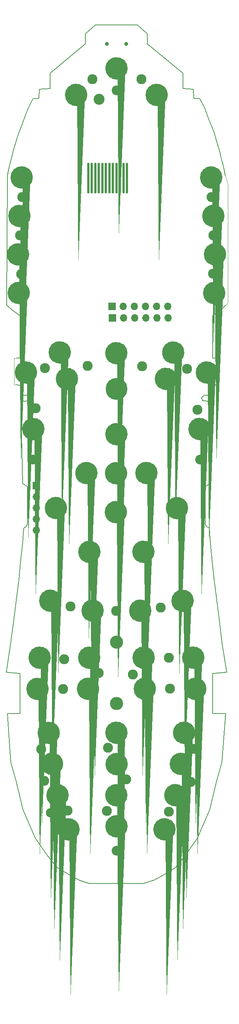
<source format=gbr>
%TF.GenerationSoftware,KiCad,Pcbnew,7.0.2*%
%TF.CreationDate,2024-05-06T14:06:20-04:00*%
%TF.ProjectId,800+,3830302b-2e6b-4696-9361-645f70636258,rev?*%
%TF.SameCoordinates,Original*%
%TF.FileFunction,Soldermask,Top*%
%TF.FilePolarity,Negative*%
%FSLAX46Y46*%
G04 Gerber Fmt 4.6, Leading zero omitted, Abs format (unit mm)*
G04 Created by KiCad (PCBNEW 7.0.2) date 2024-05-06 14:06:20*
%MOMM*%
%LPD*%
G01*
G04 APERTURE LIST*
G04 Aperture macros list*
%AMRoundRect*
0 Rectangle with rounded corners*
0 $1 Rounding radius*
0 $2 $3 $4 $5 $6 $7 $8 $9 X,Y pos of 4 corners*
0 Add a 4 corners polygon primitive as box body*
4,1,4,$2,$3,$4,$5,$6,$7,$8,$9,$2,$3,0*
0 Add four circle primitives for the rounded corners*
1,1,$1+$1,$2,$3*
1,1,$1+$1,$4,$5*
1,1,$1+$1,$6,$7*
1,1,$1+$1,$8,$9*
0 Add four rect primitives between the rounded corners*
20,1,$1+$1,$2,$3,$4,$5,0*
20,1,$1+$1,$4,$5,$6,$7,0*
20,1,$1+$1,$6,$7,$8,$9,0*
20,1,$1+$1,$8,$9,$2,$3,0*%
%AMFreePoly0*
4,1,95,-1.565916,2.406604,-1.267908,2.330088,-0.981841,2.216826,-0.712224,2.068603,-0.463311,1.887757,-0.239027,1.677140,-0.042908,1.440074,0.121951,1.180297,0.252952,0.901905,0.348029,0.609290,0.405681,0.307066,0.425000,0.000000,0.405681,-0.307066,0.348029,-0.609290,0.252952,-0.901905,0.121951,-1.180297,-0.042908,-1.440074,-0.239027,-1.677140,-0.463311,-1.887757,-0.712224,-2.068603,
-0.981841,-2.216826,-1.267908,-2.330088,-1.565916,-2.406604,-1.871163,-2.445165,-2.178837,-2.445165,-2.484084,-2.406604,-2.782092,-2.330088,-3.068159,-2.216826,-3.337776,-2.068603,-3.586689,-1.887757,-3.810973,-1.677140,-4.007092,-1.440074,-4.171951,-1.180297,-4.302952,-0.901905,-4.398029,-0.609290,-4.455681,-0.307066,-4.475000,0.000000,-3.629948,0.000000,-3.610188,-0.251069,-3.551396,-0.495956,
-3.455019,-0.728631,-3.323430,-0.943365,-3.159870,-1.134870,-2.968365,-1.298430,-2.753631,-1.430019,-2.520956,-1.526396,-2.276069,-1.585188,-2.025000,-1.604948,-1.773931,-1.585188,-1.529044,-1.526396,-1.296369,-1.430019,-1.081635,-1.298430,-0.890130,-1.134870,-0.726570,-0.943365,-0.594981,-0.728631,-0.498604,-0.495956,-0.439812,-0.251069,-0.421694,-0.020871,-0.425000,0.000000,-0.421694,0.020871,
-0.439812,0.251069,-0.498604,0.495956,-0.594981,0.728631,-0.726570,0.943365,-0.890130,1.134870,-1.081635,1.298430,-1.296369,1.430019,-1.529044,1.526396,-1.773931,1.585188,-2.025000,1.604948,-2.276069,1.585188,-2.520956,1.526396,-2.753631,1.430019,-2.968365,1.298430,-3.159870,1.134870,-3.323430,0.943365,-3.455019,0.728631,-3.551396,0.495956,-3.610188,0.251069,-3.629948,0.000000,
-4.475000,0.000000,-4.455681,0.307066,-4.398029,0.609290,-4.302952,0.901905,-4.171951,1.180297,-4.007092,1.440074,-3.810973,1.677140,-3.586689,1.887757,-3.337776,2.068603,-3.068159,2.216826,-2.782092,2.330088,-2.484084,2.406604,-2.178837,2.445165,-1.871163,2.445165,-1.565916,2.406604,-1.565916,2.406604,$1*%
G04 Aperture macros list end*
%ADD10C,2.575000*%
%ADD11C,2.286000*%
%ADD12RoundRect,0.125000X-0.125000X-3.375000X0.125000X-3.375000X0.125000X3.375000X-0.125000X3.375000X0*%
%ADD13C,2.000000*%
%ADD14C,0.250000*%
%ADD15FreePoly0,0.000000*%
%ADD16C,3.000000*%
%ADD17C,2.200000*%
%ADD18R,1.700000X1.700000*%
%ADD19O,1.700000X1.700000*%
%ADD20C,2.100000*%
%ADD21C,5.000000*%
%ADD22C,2.500000*%
%ADD23C,0.900000*%
%TA.AperFunction,Profile*%
%ADD24C,0.200000*%
%TD*%
%TA.AperFunction,Profile*%
%ADD25C,0.100000*%
%TD*%
G04 APERTURE END LIST*
%TO.C,SW29*%
D10*
X96727500Y-158000000D02*
G75*
G03*
X96727500Y-158000000I-1287500J0D01*
G01*
%TO.C,SW1*%
X102912500Y-47900000D02*
G75*
G03*
X102912500Y-47900000I-1287500J0D01*
G01*
%TO.C,SW7*%
X80617500Y-99040000D02*
G75*
G03*
X80617500Y-99040000I-1287500J0D01*
G01*
%TO.C,SW26*%
X102777500Y-148950000D02*
G75*
G03*
X102777500Y-148950000I-1287500J0D01*
G01*
%TO.C,SW17*%
X82257500Y-117140000D02*
G75*
G03*
X82257500Y-117140000I-1287500J0D01*
G01*
%TO.C,SW14*%
X102877500Y-112750000D02*
G75*
G03*
X102877500Y-112750000I-1287500J0D01*
G01*
%TO.C,SW50*%
X116337500Y-213400000D02*
G75*
G03*
X116337500Y-213400000I-1287500J0D01*
G01*
%TO.C,SW52*%
X91962500Y-221190000D02*
G75*
G03*
X91962500Y-221190000I-1287500J0D01*
G01*
%TO.C,SW6*%
X80457500Y-90270000D02*
G75*
G03*
X80457500Y-90270000I-1287500J0D01*
G01*
%TO.C,SW34*%
X85387500Y-182100000D02*
G75*
G03*
X85387500Y-182100000I-1287500J0D01*
G01*
%TO.C,SW27*%
X102817500Y-140090000D02*
G75*
G03*
X102817500Y-140090000I-1287500J0D01*
G01*
%TO.C,SW30*%
X87807500Y-169120000D02*
G75*
G03*
X87807500Y-169120000I-1287500J0D01*
G01*
%TO.C,SW13*%
X115857500Y-112610000D02*
G75*
G03*
X115857500Y-112610000I-1287500J0D01*
G01*
%TO.C,SW46*%
X102947500Y-206330000D02*
G75*
G03*
X102947500Y-206330000I-1287500J0D01*
G01*
%TO.C,SW15*%
X91617500Y-118600000D02*
G75*
G03*
X91617500Y-118600000I-1287500J0D01*
G01*
%TO.C,SW44*%
X118337500Y-199200000D02*
G75*
G03*
X118337500Y-199200000I-1287500J0D01*
G01*
%TO.C,SW24*%
X96047500Y-140060000D02*
G75*
G03*
X96047500Y-140060000I-1287500J0D01*
G01*
%TO.C,SW35*%
X96697500Y-182100000D02*
G75*
G03*
X96697500Y-182100000I-1287500J0D01*
G01*
%TO.C,SW33*%
X117992500Y-169130000D02*
G75*
G03*
X117992500Y-169130000I-1287500J0D01*
G01*
%TO.C,SW21*%
X121852500Y-130010000D02*
G75*
G03*
X121852500Y-130010000I-1287500J0D01*
G01*
%TO.C,SW38*%
X84897500Y-189200000D02*
G75*
G03*
X84897500Y-189200000I-1287500J0D01*
G01*
%TO.C,SW2*%
X93712500Y-53950000D02*
G75*
G03*
X93712500Y-53950000I-1287500J0D01*
G01*
%TO.C,SW45*%
X88207500Y-206270000D02*
G75*
G03*
X88207500Y-206270000I-1287500J0D01*
G01*
%TO.C,SW48*%
X89457500Y-213410000D02*
G75*
G03*
X89457500Y-213410000I-1287500J0D01*
G01*
%TO.C,SW19*%
X83937500Y-130020000D02*
G75*
G03*
X83937500Y-130020000I-1287500J0D01*
G01*
%TO.C,SW5*%
X80762500Y-81500000D02*
G75*
G03*
X80762500Y-81500000I-1287500J0D01*
G01*
%TO.C,SW12*%
X89967500Y-112580000D02*
G75*
G03*
X89967500Y-112580000I-1287500J0D01*
G01*
%TO.C,SW4*%
X81287500Y-72750000D02*
G75*
G03*
X81287500Y-72750000I-1287500J0D01*
G01*
%TO.C,SW31*%
X97467500Y-171380000D02*
G75*
G03*
X97467500Y-171380000I-1287500J0D01*
G01*
%TO.C,SW41*%
X120892500Y-189200000D02*
G75*
G03*
X120892500Y-189200000I-1287500J0D01*
G01*
%TO.C,SW23*%
X102897500Y-131200000D02*
G75*
G03*
X102897500Y-131200000I-1287500J0D01*
G01*
%TO.C,SW16*%
X114187500Y-118600000D02*
G75*
G03*
X114187500Y-118600000I-1287500J0D01*
G01*
%TO.C,SW51*%
X102912500Y-220500000D02*
G75*
G03*
X102912500Y-220500000I-1287500J0D01*
G01*
%TO.C,SW49*%
X102877500Y-213420000D02*
G75*
G03*
X102877500Y-213420000I-1287500J0D01*
G01*
%TO.C,SW28*%
X109057500Y-157990000D02*
G75*
G03*
X109057500Y-157990000I-1287500J0D01*
G01*
%TO.C,SW25*%
X109747500Y-140040000D02*
G75*
G03*
X109747500Y-140040000I-1287500J0D01*
G01*
%TO.C,SW40*%
X109377500Y-189180000D02*
G75*
G03*
X109377500Y-189180000I-1287500J0D01*
G01*
%TO.C,SW10*%
X125392500Y-90250000D02*
G75*
G03*
X125392500Y-90250000I-1287500J0D01*
G01*
%TO.C,SW22*%
X116707500Y-148040000D02*
G75*
G03*
X116707500Y-148040000I-1287500J0D01*
G01*
%TO.C,SW18*%
X123537500Y-117150000D02*
G75*
G03*
X123537500Y-117150000I-1287500J0D01*
G01*
%TO.C,SW37*%
X120427500Y-182080000D02*
G75*
G03*
X120427500Y-182080000I-1287500J0D01*
G01*
%TO.C,SW43*%
X102897500Y-199180000D02*
G75*
G03*
X102897500Y-199180000I-1287500J0D01*
G01*
%TO.C,SW36*%
X109107500Y-182100000D02*
G75*
G03*
X109107500Y-182100000I-1287500J0D01*
G01*
%TO.C,SW42*%
X87462500Y-199210000D02*
G75*
G03*
X87462500Y-199210000I-1287500J0D01*
G01*
%TO.C,SW20*%
X89097500Y-148020000D02*
G75*
G03*
X89097500Y-148020000I-1287500J0D01*
G01*
%TO.C,SW39*%
X96427500Y-189180000D02*
G75*
G03*
X96427500Y-189180000I-1287500J0D01*
G01*
%TO.C,SW47*%
X117597500Y-206280000D02*
G75*
G03*
X117597500Y-206280000I-1287500J0D01*
G01*
%TO.C,SW8*%
X124517500Y-72750000D02*
G75*
G03*
X124517500Y-72750000I-1287500J0D01*
G01*
%TO.C,SW53*%
X113857500Y-221180000D02*
G75*
G03*
X113857500Y-221180000I-1287500J0D01*
G01*
%TO.C,SW3*%
X112087500Y-53950000D02*
G75*
G03*
X112087500Y-53950000I-1287500J0D01*
G01*
%TO.C,SW11*%
X125207500Y-99060000D02*
G75*
G03*
X125207500Y-99060000I-1287500J0D01*
G01*
%TO.C,SW32*%
X108327500Y-171400000D02*
G75*
G03*
X108327500Y-171400000I-1287500J0D01*
G01*
%TO.C,SW9*%
X125012500Y-81500000D02*
G75*
G03*
X125012500Y-81500000I-1287500J0D01*
G01*
%TD*%
D11*
%TO.C,D32*%
X97580000Y-185600000D03*
%TD*%
%TO.C,D31*%
X95070000Y-115670000D03*
%TD*%
%TO.C,D30*%
X99680000Y-202590000D03*
%TD*%
%TO.C,D29*%
X89740000Y-182430000D03*
%TD*%
%TO.C,D28*%
X101570000Y-171480000D03*
%TD*%
%TO.C,D27*%
X111700000Y-170700000D03*
%TD*%
%TO.C,D26*%
X91140000Y-170430000D03*
%TD*%
%TO.C,D25*%
X117730000Y-116300000D03*
%TD*%
%TO.C,D24*%
X123660000Y-94650000D03*
%TD*%
%TO.C,D23*%
X79910000Y-94740000D03*
%TD*%
%TO.C,D22*%
X107300000Y-50400000D03*
%TD*%
%TO.C,D21*%
X113840000Y-189170000D03*
%TD*%
%TO.C,D20*%
X113610000Y-182120000D03*
%TD*%
%TO.C,D19*%
X123340000Y-77220000D03*
%TD*%
%TO.C,D18*%
X89420000Y-189190000D03*
%TD*%
%TO.C,D17*%
X107500000Y-115760000D03*
%TD*%
%TO.C,D16*%
X85275000Y-116125000D03*
%TD*%
%TO.C,D15*%
X96140000Y-50360000D03*
%TD*%
%TO.C,D14*%
X79620000Y-85950000D03*
%TD*%
%TO.C,D13*%
X120090000Y-125664000D03*
%TD*%
%TO.C,D12*%
X123760000Y-85970000D03*
%TD*%
%TO.C,D11*%
X105350000Y-185950000D03*
%TD*%
%TO.C,D10*%
X80100000Y-77190000D03*
%TD*%
%TO.C,D9*%
X83200000Y-125274000D03*
%TD*%
%TO.C,D8*%
X118560000Y-210400000D03*
%TD*%
%TO.C,D7*%
X84470000Y-202980000D03*
%TD*%
%TO.C,D6*%
X85120000Y-210120000D03*
%TD*%
%TO.C,D5*%
X119190000Y-202830000D03*
%TD*%
%TO.C,D4*%
X103810000Y-209840000D03*
%TD*%
%TO.C,D3*%
X113550000Y-217170000D03*
%TD*%
%TO.C,D2*%
X99440000Y-216960000D03*
%TD*%
%TO.C,D1*%
X90430000Y-216910000D03*
%TD*%
D12*
%TO.C,J1*%
X95188280Y-72913270D03*
X95993280Y-72913270D03*
X96798280Y-72913270D03*
X97603280Y-72913270D03*
X98408280Y-72913270D03*
X99213280Y-72913270D03*
X100018280Y-72913270D03*
X100823280Y-72913270D03*
X101628280Y-72913270D03*
X102433280Y-72913270D03*
X103238280Y-72913270D03*
X104043280Y-72913270D03*
%TD*%
D13*
%TO.C,SW29*%
X95440000Y-158000000D03*
D14*
X93390000Y-158000000D03*
X93706167Y-158918416D03*
X93733172Y-157000000D03*
X94390000Y-159700000D03*
X94440000Y-156200000D03*
X95440000Y-156000000D03*
X95440000Y-160099488D03*
X96490000Y-156250000D03*
X96625258Y-159650000D03*
X97140000Y-156950000D03*
X97290000Y-158750000D03*
D15*
X97465000Y-158000000D03*
%TD*%
D13*
%TO.C,SW1*%
X101625000Y-47900000D03*
D14*
X99575000Y-47900000D03*
X99891167Y-48818416D03*
X99918172Y-46900000D03*
X100575000Y-49600000D03*
X100625000Y-46100000D03*
X101625000Y-45900000D03*
X101625000Y-49999488D03*
X102675000Y-46150000D03*
X102810258Y-49550000D03*
X103325000Y-46850000D03*
X103475000Y-48650000D03*
D15*
X103650000Y-47900000D03*
%TD*%
D13*
%TO.C,SW7*%
X79330000Y-99040000D03*
D14*
X77280000Y-99040000D03*
X77596167Y-99958416D03*
X77623172Y-98040000D03*
X78280000Y-100740000D03*
X78330000Y-97240000D03*
X79330000Y-97040000D03*
X79330000Y-101139488D03*
X80380000Y-97290000D03*
X80515258Y-100690000D03*
X81030000Y-97990000D03*
X81180000Y-99790000D03*
D15*
X81355000Y-99040000D03*
%TD*%
D13*
%TO.C,SW26*%
X101490000Y-148950000D03*
D14*
X99440000Y-148950000D03*
X99756167Y-149868416D03*
X99783172Y-147950000D03*
X100440000Y-150650000D03*
X100490000Y-147150000D03*
X101490000Y-146950000D03*
X101490000Y-151049488D03*
X102540000Y-147200000D03*
X102675258Y-150600000D03*
X103190000Y-147900000D03*
X103340000Y-149700000D03*
D15*
X103515000Y-148950000D03*
%TD*%
D13*
%TO.C,SW17*%
X80970000Y-117140000D03*
D14*
X78920000Y-117140000D03*
X79236167Y-118058416D03*
X79263172Y-116140000D03*
X79920000Y-118840000D03*
X79970000Y-115340000D03*
X80970000Y-115140000D03*
X80970000Y-119239488D03*
X82020000Y-115390000D03*
X82155258Y-118790000D03*
X82670000Y-116090000D03*
X82820000Y-117890000D03*
D15*
X82995000Y-117140000D03*
%TD*%
D13*
%TO.C,SW14*%
X101590000Y-112750000D03*
D14*
X99540000Y-112750000D03*
X99856167Y-113668416D03*
X99883172Y-111750000D03*
X100540000Y-114450000D03*
X100590000Y-110950000D03*
X101590000Y-110750000D03*
X101590000Y-114849488D03*
X102640000Y-111000000D03*
X102775258Y-114400000D03*
X103290000Y-111700000D03*
X103440000Y-113500000D03*
D15*
X103615000Y-112750000D03*
%TD*%
D13*
%TO.C,SW50*%
X115050000Y-213400000D03*
D14*
X113000000Y-213400000D03*
X113316167Y-214318416D03*
X113343172Y-212400000D03*
X114000000Y-215100000D03*
X114050000Y-211600000D03*
X115050000Y-211400000D03*
X115050000Y-215499488D03*
X116100000Y-211650000D03*
X116235258Y-215050000D03*
X116750000Y-212350000D03*
X116900000Y-214150000D03*
D15*
X117075000Y-213400000D03*
%TD*%
D13*
%TO.C,SW52*%
X90675000Y-221190000D03*
D14*
X88625000Y-221190000D03*
X88941167Y-222108416D03*
X88968172Y-220190000D03*
X89625000Y-222890000D03*
X89675000Y-219390000D03*
X90675000Y-219190000D03*
X90675000Y-223289488D03*
X91725000Y-219440000D03*
X91860258Y-222840000D03*
X92375000Y-220140000D03*
X92525000Y-221940000D03*
D15*
X92700000Y-221190000D03*
%TD*%
D13*
%TO.C,SW6*%
X79170000Y-90270000D03*
D14*
X77120000Y-90270000D03*
X77436167Y-91188416D03*
X77463172Y-89270000D03*
X78120000Y-91970000D03*
X78170000Y-88470000D03*
X79170000Y-88270000D03*
X79170000Y-92369488D03*
X80220000Y-88520000D03*
X80355258Y-91920000D03*
X80870000Y-89220000D03*
X81020000Y-91020000D03*
D15*
X81195000Y-90270000D03*
%TD*%
D13*
%TO.C,SW34*%
X84100000Y-182100000D03*
D14*
X82050000Y-182100000D03*
X82366167Y-183018416D03*
X82393172Y-181100000D03*
X83050000Y-183800000D03*
X83100000Y-180300000D03*
X84100000Y-180100000D03*
X84100000Y-184199488D03*
X85150000Y-180350000D03*
X85285258Y-183750000D03*
X85800000Y-181050000D03*
X85950000Y-182850000D03*
D15*
X86125000Y-182100000D03*
%TD*%
D13*
%TO.C,SW27*%
X101530000Y-140090000D03*
D14*
X99480000Y-140090000D03*
X99796167Y-141008416D03*
X99823172Y-139090000D03*
X100480000Y-141790000D03*
X100530000Y-138290000D03*
X101530000Y-138090000D03*
X101530000Y-142189488D03*
X102580000Y-138340000D03*
X102715258Y-141740000D03*
X103230000Y-139040000D03*
X103380000Y-140840000D03*
D15*
X103555000Y-140090000D03*
%TD*%
D13*
%TO.C,SW30*%
X86520000Y-169120000D03*
D14*
X84470000Y-169120000D03*
X84786167Y-170038416D03*
X84813172Y-168120000D03*
X85470000Y-170820000D03*
X85520000Y-167320000D03*
X86520000Y-167120000D03*
X86520000Y-171219488D03*
X87570000Y-167370000D03*
X87705258Y-170770000D03*
X88220000Y-168070000D03*
X88370000Y-169870000D03*
D15*
X88545000Y-169120000D03*
%TD*%
D13*
%TO.C,SW13*%
X114570000Y-112610000D03*
D14*
X112520000Y-112610000D03*
X112836167Y-113528416D03*
X112863172Y-111610000D03*
X113520000Y-114310000D03*
X113570000Y-110810000D03*
X114570000Y-110610000D03*
X114570000Y-114709488D03*
X115620000Y-110860000D03*
X115755258Y-114260000D03*
X116270000Y-111560000D03*
X116420000Y-113360000D03*
D15*
X116595000Y-112610000D03*
%TD*%
D13*
%TO.C,SW46*%
X101660000Y-206330000D03*
D14*
X99610000Y-206330000D03*
X99926167Y-207248416D03*
X99953172Y-205330000D03*
X100610000Y-208030000D03*
X100660000Y-204530000D03*
X101660000Y-204330000D03*
X101660000Y-208429488D03*
X102710000Y-204580000D03*
X102845258Y-207980000D03*
X103360000Y-205280000D03*
X103510000Y-207080000D03*
D15*
X103685000Y-206330000D03*
%TD*%
D13*
%TO.C,SW15*%
X90330000Y-118600000D03*
D14*
X88280000Y-118600000D03*
X88596167Y-119518416D03*
X88623172Y-117600000D03*
X89280000Y-120300000D03*
X89330000Y-116800000D03*
X90330000Y-116600000D03*
X90330000Y-120699488D03*
X91380000Y-116850000D03*
X91515258Y-120250000D03*
X92030000Y-117550000D03*
X92180000Y-119350000D03*
D15*
X92355000Y-118600000D03*
%TD*%
D13*
%TO.C,SW44*%
X117050000Y-199200000D03*
D14*
X115000000Y-199200000D03*
X115316167Y-200118416D03*
X115343172Y-198200000D03*
X116000000Y-200900000D03*
X116050000Y-197400000D03*
X117050000Y-197200000D03*
X117050000Y-201299488D03*
X118100000Y-197450000D03*
X118235258Y-200850000D03*
X118750000Y-198150000D03*
X118900000Y-199950000D03*
D15*
X119075000Y-199200000D03*
%TD*%
D13*
%TO.C,SW24*%
X94760000Y-140060000D03*
D14*
X92710000Y-140060000D03*
X93026167Y-140978416D03*
X93053172Y-139060000D03*
X93710000Y-141760000D03*
X93760000Y-138260000D03*
X94760000Y-138060000D03*
X94760000Y-142159488D03*
X95810000Y-138310000D03*
X95945258Y-141710000D03*
X96460000Y-139010000D03*
X96610000Y-140810000D03*
D15*
X96785000Y-140060000D03*
%TD*%
D13*
%TO.C,SW35*%
X95410000Y-182100000D03*
D14*
X93360000Y-182100000D03*
X93676167Y-183018416D03*
X93703172Y-181100000D03*
X94360000Y-183800000D03*
X94410000Y-180300000D03*
X95410000Y-180100000D03*
X95410000Y-184199488D03*
X96460000Y-180350000D03*
X96595258Y-183750000D03*
X97110000Y-181050000D03*
X97260000Y-182850000D03*
D15*
X97435000Y-182100000D03*
%TD*%
D13*
%TO.C,SW33*%
X116705000Y-169130000D03*
D14*
X114655000Y-169130000D03*
X114971167Y-170048416D03*
X114998172Y-168130000D03*
X115655000Y-170830000D03*
X115705000Y-167330000D03*
X116705000Y-167130000D03*
X116705000Y-171229488D03*
X117755000Y-167380000D03*
X117890258Y-170780000D03*
X118405000Y-168080000D03*
X118555000Y-169880000D03*
D15*
X118730000Y-169130000D03*
%TD*%
D13*
%TO.C,SW21*%
X120565000Y-130010000D03*
D14*
X118515000Y-130010000D03*
X118831167Y-130928416D03*
X118858172Y-129010000D03*
X119515000Y-131710000D03*
X119565000Y-128210000D03*
X120565000Y-128010000D03*
X120565000Y-132109488D03*
X121615000Y-128260000D03*
X121750258Y-131660000D03*
X122265000Y-128960000D03*
X122415000Y-130760000D03*
D15*
X122590000Y-130010000D03*
%TD*%
D13*
%TO.C,SW38*%
X83610000Y-189200000D03*
D14*
X81560000Y-189200000D03*
X81876167Y-190118416D03*
X81903172Y-188200000D03*
X82560000Y-190900000D03*
X82610000Y-187400000D03*
X83610000Y-187200000D03*
X83610000Y-191299488D03*
X84660000Y-187450000D03*
X84795258Y-190850000D03*
X85310000Y-188150000D03*
X85460000Y-189950000D03*
D15*
X85635000Y-189200000D03*
%TD*%
D13*
%TO.C,SW2*%
X92425000Y-53950000D03*
D14*
X90375000Y-53950000D03*
X90691167Y-54868416D03*
X90718172Y-52950000D03*
X91375000Y-55650000D03*
X91425000Y-52150000D03*
X92425000Y-51950000D03*
X92425000Y-56049488D03*
X93475000Y-52200000D03*
X93610258Y-55600000D03*
X94125000Y-52900000D03*
X94275000Y-54700000D03*
D15*
X94450000Y-53950000D03*
%TD*%
D13*
%TO.C,SW45*%
X86920000Y-206270000D03*
D14*
X84870000Y-206270000D03*
X85186167Y-207188416D03*
X85213172Y-205270000D03*
X85870000Y-207970000D03*
X85920000Y-204470000D03*
X86920000Y-204270000D03*
X86920000Y-208369488D03*
X87970000Y-204520000D03*
X88105258Y-207920000D03*
X88620000Y-205220000D03*
X88770000Y-207020000D03*
D15*
X88945000Y-206270000D03*
%TD*%
D13*
%TO.C,SW48*%
X88170000Y-213410000D03*
D14*
X86120000Y-213410000D03*
X86436167Y-214328416D03*
X86463172Y-212410000D03*
X87120000Y-215110000D03*
X87170000Y-211610000D03*
X88170000Y-211410000D03*
X88170000Y-215509488D03*
X89220000Y-211660000D03*
X89355258Y-215060000D03*
X89870000Y-212360000D03*
X90020000Y-214160000D03*
D15*
X90195000Y-213410000D03*
%TD*%
D13*
%TO.C,SW19*%
X82650000Y-130020000D03*
D14*
X80600000Y-130020000D03*
X80916167Y-130938416D03*
X80943172Y-129020000D03*
X81600000Y-131720000D03*
X81650000Y-128220000D03*
X82650000Y-128020000D03*
X82650000Y-132119488D03*
X83700000Y-128270000D03*
X83835258Y-131670000D03*
X84350000Y-128970000D03*
X84500000Y-130770000D03*
D15*
X84675000Y-130020000D03*
%TD*%
D13*
%TO.C,SW5*%
X79475000Y-81500000D03*
D14*
X77425000Y-81500000D03*
X77741167Y-82418416D03*
X77768172Y-80500000D03*
X78425000Y-83200000D03*
X78475000Y-79700000D03*
X79475000Y-79500000D03*
X79475000Y-83599488D03*
X80525000Y-79750000D03*
X80660258Y-83150000D03*
X81175000Y-80450000D03*
X81325000Y-82250000D03*
D15*
X81500000Y-81500000D03*
%TD*%
D13*
%TO.C,SW12*%
X88680000Y-112580000D03*
D14*
X86630000Y-112580000D03*
X86946167Y-113498416D03*
X86973172Y-111580000D03*
X87630000Y-114280000D03*
X87680000Y-110780000D03*
X88680000Y-110580000D03*
X88680000Y-114679488D03*
X89730000Y-110830000D03*
X89865258Y-114230000D03*
X90380000Y-111530000D03*
X90530000Y-113330000D03*
D15*
X90705000Y-112580000D03*
%TD*%
D13*
%TO.C,SW4*%
X80000000Y-72750000D03*
D14*
X77950000Y-72750000D03*
X78266167Y-73668416D03*
X78293172Y-71750000D03*
X78950000Y-74450000D03*
X79000000Y-70950000D03*
X80000000Y-70750000D03*
X80000000Y-74849488D03*
X81050000Y-71000000D03*
X81185258Y-74400000D03*
X81700000Y-71700000D03*
X81850000Y-73500000D03*
D15*
X82025000Y-72750000D03*
%TD*%
D13*
%TO.C,SW31*%
X96180000Y-171380000D03*
D14*
X94130000Y-171380000D03*
X94446167Y-172298416D03*
X94473172Y-170380000D03*
X95130000Y-173080000D03*
X95180000Y-169580000D03*
X96180000Y-169380000D03*
X96180000Y-173479488D03*
X97230000Y-169630000D03*
X97365258Y-173030000D03*
X97880000Y-170330000D03*
X98030000Y-172130000D03*
D15*
X98205000Y-171380000D03*
%TD*%
D13*
%TO.C,SW41*%
X119605000Y-189200000D03*
D14*
X117555000Y-189200000D03*
X117871167Y-190118416D03*
X117898172Y-188200000D03*
X118555000Y-190900000D03*
X118605000Y-187400000D03*
X119605000Y-187200000D03*
X119605000Y-191299488D03*
X120655000Y-187450000D03*
X120790258Y-190850000D03*
X121305000Y-188150000D03*
X121455000Y-189950000D03*
D15*
X121630000Y-189200000D03*
%TD*%
D13*
%TO.C,SW23*%
X101610000Y-131200000D03*
D14*
X99560000Y-131200000D03*
X99876167Y-132118416D03*
X99903172Y-130200000D03*
X100560000Y-132900000D03*
X100610000Y-129400000D03*
X101610000Y-129200000D03*
X101610000Y-133299488D03*
X102660000Y-129450000D03*
X102795258Y-132850000D03*
X103310000Y-130150000D03*
X103460000Y-131950000D03*
D15*
X103635000Y-131200000D03*
%TD*%
D13*
%TO.C,SW16*%
X112900000Y-118600000D03*
D14*
X110850000Y-118600000D03*
X111166167Y-119518416D03*
X111193172Y-117600000D03*
X111850000Y-120300000D03*
X111900000Y-116800000D03*
X112900000Y-116600000D03*
X112900000Y-120699488D03*
X113950000Y-116850000D03*
X114085258Y-120250000D03*
X114600000Y-117550000D03*
X114750000Y-119350000D03*
D15*
X114925000Y-118600000D03*
%TD*%
D13*
%TO.C,SW51*%
X101625000Y-220500000D03*
D14*
X99575000Y-220500000D03*
X99891167Y-221418416D03*
X99918172Y-219500000D03*
X100575000Y-222200000D03*
X100625000Y-218700000D03*
X101625000Y-218500000D03*
X101625000Y-222599488D03*
X102675000Y-218750000D03*
X102810258Y-222150000D03*
X103325000Y-219450000D03*
X103475000Y-221250000D03*
D15*
X103650000Y-220500000D03*
%TD*%
D13*
%TO.C,SW49*%
X101590000Y-213420000D03*
D14*
X99540000Y-213420000D03*
X99856167Y-214338416D03*
X99883172Y-212420000D03*
X100540000Y-215120000D03*
X100590000Y-211620000D03*
X101590000Y-211420000D03*
X101590000Y-215519488D03*
X102640000Y-211670000D03*
X102775258Y-215070000D03*
X103290000Y-212370000D03*
X103440000Y-214170000D03*
D15*
X103615000Y-213420000D03*
%TD*%
D13*
%TO.C,SW28*%
X107770000Y-157990000D03*
D14*
X105720000Y-157990000D03*
X106036167Y-158908416D03*
X106063172Y-156990000D03*
X106720000Y-159690000D03*
X106770000Y-156190000D03*
X107770000Y-155990000D03*
X107770000Y-160089488D03*
X108820000Y-156240000D03*
X108955258Y-159640000D03*
X109470000Y-156940000D03*
X109620000Y-158740000D03*
D15*
X109795000Y-157990000D03*
%TD*%
D13*
%TO.C,SW25*%
X108460000Y-140040000D03*
D14*
X106410000Y-140040000D03*
X106726167Y-140958416D03*
X106753172Y-139040000D03*
X107410000Y-141740000D03*
X107460000Y-138240000D03*
X108460000Y-138040000D03*
X108460000Y-142139488D03*
X109510000Y-138290000D03*
X109645258Y-141690000D03*
X110160000Y-138990000D03*
X110310000Y-140790000D03*
D15*
X110485000Y-140040000D03*
%TD*%
D13*
%TO.C,SW40*%
X108090000Y-189180000D03*
D14*
X106040000Y-189180000D03*
X106356167Y-190098416D03*
X106383172Y-188180000D03*
X107040000Y-190880000D03*
X107090000Y-187380000D03*
X108090000Y-187180000D03*
X108090000Y-191279488D03*
X109140000Y-187430000D03*
X109275258Y-190830000D03*
X109790000Y-188130000D03*
X109940000Y-189930000D03*
D15*
X110115000Y-189180000D03*
%TD*%
D13*
%TO.C,SW10*%
X124105000Y-90250000D03*
D14*
X122055000Y-90250000D03*
X122371167Y-91168416D03*
X122398172Y-89250000D03*
X123055000Y-91950000D03*
X123105000Y-88450000D03*
X124105000Y-88250000D03*
X124105000Y-92349488D03*
X125155000Y-88500000D03*
X125290258Y-91900000D03*
X125805000Y-89200000D03*
X125955000Y-91000000D03*
D15*
X126130000Y-90250000D03*
%TD*%
D13*
%TO.C,SW22*%
X115420000Y-148040000D03*
D14*
X113370000Y-148040000D03*
X113686167Y-148958416D03*
X113713172Y-147040000D03*
X114370000Y-149740000D03*
X114420000Y-146240000D03*
X115420000Y-146040000D03*
X115420000Y-150139488D03*
X116470000Y-146290000D03*
X116605258Y-149690000D03*
X117120000Y-146990000D03*
X117270000Y-148790000D03*
D15*
X117445000Y-148040000D03*
%TD*%
D13*
%TO.C,SW18*%
X122250000Y-117150000D03*
D14*
X120200000Y-117150000D03*
X120516167Y-118068416D03*
X120543172Y-116150000D03*
X121200000Y-118850000D03*
X121250000Y-115350000D03*
X122250000Y-115150000D03*
X122250000Y-119249488D03*
X123300000Y-115400000D03*
X123435258Y-118800000D03*
X123950000Y-116100000D03*
X124100000Y-117900000D03*
D15*
X124275000Y-117150000D03*
%TD*%
D13*
%TO.C,SW37*%
X119140000Y-182080000D03*
D14*
X117090000Y-182080000D03*
X117406167Y-182998416D03*
X117433172Y-181080000D03*
X118090000Y-183780000D03*
X118140000Y-180280000D03*
X119140000Y-180080000D03*
X119140000Y-184179488D03*
X120190000Y-180330000D03*
X120325258Y-183730000D03*
X120840000Y-181030000D03*
X120990000Y-182830000D03*
D15*
X121165000Y-182080000D03*
%TD*%
D13*
%TO.C,SW43*%
X101610000Y-199180000D03*
D14*
X99560000Y-199180000D03*
X99876167Y-200098416D03*
X99903172Y-198180000D03*
X100560000Y-200880000D03*
X100610000Y-197380000D03*
X101610000Y-197180000D03*
X101610000Y-201279488D03*
X102660000Y-197430000D03*
X102795258Y-200830000D03*
X103310000Y-198130000D03*
X103460000Y-199930000D03*
D15*
X103635000Y-199180000D03*
%TD*%
D13*
%TO.C,SW36*%
X107820000Y-182100000D03*
D14*
X105770000Y-182100000D03*
X106086167Y-183018416D03*
X106113172Y-181100000D03*
X106770000Y-183800000D03*
X106820000Y-180300000D03*
X107820000Y-180100000D03*
X107820000Y-184199488D03*
X108870000Y-180350000D03*
X109005258Y-183750000D03*
X109520000Y-181050000D03*
X109670000Y-182850000D03*
D15*
X109845000Y-182100000D03*
%TD*%
D13*
%TO.C,SW42*%
X86175000Y-199210000D03*
D14*
X84125000Y-199210000D03*
X84441167Y-200128416D03*
X84468172Y-198210000D03*
X85125000Y-200910000D03*
X85175000Y-197410000D03*
X86175000Y-197210000D03*
X86175000Y-201309488D03*
X87225000Y-197460000D03*
X87360258Y-200860000D03*
X87875000Y-198160000D03*
X88025000Y-199960000D03*
D15*
X88200000Y-199210000D03*
%TD*%
D13*
%TO.C,SW20*%
X87810000Y-148020000D03*
D14*
X85760000Y-148020000D03*
X86076167Y-148938416D03*
X86103172Y-147020000D03*
X86760000Y-149720000D03*
X86810000Y-146220000D03*
X87810000Y-146020000D03*
X87810000Y-150119488D03*
X88860000Y-146270000D03*
X88995258Y-149670000D03*
X89510000Y-146970000D03*
X89660000Y-148770000D03*
D15*
X89835000Y-148020000D03*
%TD*%
D13*
%TO.C,SW39*%
X95140000Y-189180000D03*
D14*
X93090000Y-189180000D03*
X93406167Y-190098416D03*
X93433172Y-188180000D03*
X94090000Y-190880000D03*
X94140000Y-187380000D03*
X95140000Y-187180000D03*
X95140000Y-191279488D03*
X96190000Y-187430000D03*
X96325258Y-190830000D03*
X96840000Y-188130000D03*
X96990000Y-189930000D03*
D15*
X97165000Y-189180000D03*
%TD*%
D13*
%TO.C,SW47*%
X116310000Y-206280000D03*
D14*
X114260000Y-206280000D03*
X114576167Y-207198416D03*
X114603172Y-205280000D03*
X115260000Y-207980000D03*
X115310000Y-204480000D03*
X116310000Y-204280000D03*
X116310000Y-208379488D03*
X117360000Y-204530000D03*
X117495258Y-207930000D03*
X118010000Y-205230000D03*
X118160000Y-207030000D03*
D15*
X118335000Y-206280000D03*
%TD*%
D13*
%TO.C,SW8*%
X123230000Y-72750000D03*
D14*
X121180000Y-72750000D03*
X121496167Y-73668416D03*
X121523172Y-71750000D03*
X122180000Y-74450000D03*
X122230000Y-70950000D03*
X123230000Y-70750000D03*
X123230000Y-74849488D03*
X124280000Y-71000000D03*
X124415258Y-74400000D03*
X124930000Y-71700000D03*
X125080000Y-73500000D03*
D15*
X125255000Y-72750000D03*
%TD*%
D13*
%TO.C,SW53*%
X112570000Y-221180000D03*
D14*
X110520000Y-221180000D03*
X110836167Y-222098416D03*
X110863172Y-220180000D03*
X111520000Y-222880000D03*
X111570000Y-219380000D03*
X112570000Y-219180000D03*
X112570000Y-223279488D03*
X113620000Y-219430000D03*
X113755258Y-222830000D03*
X114270000Y-220130000D03*
X114420000Y-221930000D03*
D15*
X114595000Y-221180000D03*
%TD*%
D13*
%TO.C,SW3*%
X110800000Y-53950000D03*
D14*
X108750000Y-53950000D03*
X109066167Y-54868416D03*
X109093172Y-52950000D03*
X109750000Y-55650000D03*
X109800000Y-52150000D03*
X110800000Y-51950000D03*
X110800000Y-56049488D03*
X111850000Y-52200000D03*
X111985258Y-55600000D03*
X112500000Y-52900000D03*
X112650000Y-54700000D03*
D15*
X112825000Y-53950000D03*
%TD*%
D13*
%TO.C,SW11*%
X123920000Y-99060000D03*
D14*
X121870000Y-99060000D03*
X122186167Y-99978416D03*
X122213172Y-98060000D03*
X122870000Y-100760000D03*
X122920000Y-97260000D03*
X123920000Y-97060000D03*
X123920000Y-101159488D03*
X124970000Y-97310000D03*
X125105258Y-100710000D03*
X125620000Y-98010000D03*
X125770000Y-99810000D03*
D15*
X125945000Y-99060000D03*
%TD*%
D13*
%TO.C,SW32*%
X107040000Y-171400000D03*
D14*
X104990000Y-171400000D03*
X105306167Y-172318416D03*
X105333172Y-170400000D03*
X105990000Y-173100000D03*
X106040000Y-169600000D03*
X107040000Y-169400000D03*
X107040000Y-173499488D03*
X108090000Y-169650000D03*
X108225258Y-173050000D03*
X108740000Y-170350000D03*
X108890000Y-172150000D03*
D15*
X109065000Y-171400000D03*
%TD*%
D13*
%TO.C,SW9*%
X123725000Y-81500000D03*
D14*
X121675000Y-81500000D03*
X121991167Y-82418416D03*
X122018172Y-80500000D03*
X122675000Y-83200000D03*
X122725000Y-79700000D03*
X123725000Y-79500000D03*
X123725000Y-83599488D03*
X124775000Y-79750000D03*
X124910258Y-83150000D03*
X125425000Y-80450000D03*
X125575000Y-82250000D03*
D15*
X125750000Y-81500000D03*
%TD*%
D16*
%TO.C,H3*%
X101610000Y-178560000D03*
%TD*%
D17*
%TO.C,H8*%
X82570000Y-136990000D03*
%TD*%
D18*
%TO.C,J6*%
X100650000Y-102080000D03*
D19*
X103190000Y-102080000D03*
X105730000Y-102080000D03*
X108270000Y-102080000D03*
X110810000Y-102080000D03*
X113350000Y-102080000D03*
%TD*%
D17*
%TO.C,H7*%
X120680000Y-136950000D03*
%TD*%
D20*
%TO.C,H5*%
X116620000Y-217460000D03*
%TD*%
D17*
%TO.C,H6*%
X101600000Y-226100000D03*
%TD*%
D20*
%TO.C,H4*%
X86580000Y-217460000D03*
%TD*%
D21*
%TO.C,H1*%
X101640000Y-120900000D03*
%TD*%
D22*
%TO.C,TP1*%
X97660000Y-54970000D03*
%TD*%
D17*
%TO.C,H9*%
X101620000Y-52880000D03*
%TD*%
D18*
%TO.C,J7*%
X100690000Y-104760000D03*
D19*
X103230000Y-104760000D03*
X105770000Y-104760000D03*
X108310000Y-104760000D03*
X110850000Y-104760000D03*
X113390000Y-104760000D03*
%TD*%
D16*
%TO.C,H2*%
X101600000Y-192550000D03*
%TD*%
D23*
%TO.C,J2*%
X99410000Y-42300000D03*
X103810000Y-42300000D03*
%TD*%
D18*
%TO.C,J3*%
X83380000Y-142880000D03*
D19*
X83380000Y-145420000D03*
X83380000Y-147960000D03*
X83380000Y-150500000D03*
X83380000Y-153040000D03*
%TD*%
D24*
X124957787Y-185550035D02*
X123587431Y-185661847D01*
X88100000Y-229900000D02*
X90846015Y-231585032D01*
X126614331Y-101764031D02*
X125394275Y-102951174D01*
X122982904Y-142392064D02*
X121880997Y-143156584D01*
X90846015Y-231585032D02*
X93049943Y-232732052D01*
X79790067Y-124119007D02*
X80249492Y-142392086D01*
X81610490Y-122376435D02*
X82195356Y-122930672D01*
X78682146Y-119979309D02*
X79732178Y-120083292D01*
X80181413Y-123706012D02*
X79790067Y-124119007D01*
X116755233Y-52527641D02*
X119191583Y-52658007D01*
X77125916Y-70630799D02*
X76778999Y-72341714D01*
X79645011Y-188761946D02*
X79645014Y-194797097D01*
X126106406Y-70630774D02*
X126453324Y-72341688D01*
X110182546Y-232732043D02*
X107835432Y-233537464D01*
X82195356Y-122930672D02*
X81930711Y-123611619D01*
X79645010Y-185661869D02*
X79645011Y-188761946D01*
X80752433Y-58893891D02*
X79929816Y-61009855D01*
X121621885Y-122376414D02*
X121037020Y-122930652D01*
X126504120Y-194797073D02*
X125714891Y-205892113D01*
X122150389Y-152254660D02*
X122765104Y-152609991D01*
X123442310Y-124118985D02*
X122982904Y-142392064D01*
X122765104Y-152609991D02*
X123053233Y-156057012D01*
X117161677Y-227399643D02*
X115132486Y-229899986D01*
D25*
X127000000Y-74250000D02*
X126453324Y-72341688D01*
D24*
X119286066Y-54613064D02*
X119524628Y-54812781D01*
X81351404Y-151607846D02*
X81082017Y-152254681D01*
X123500195Y-120083270D02*
X123376465Y-122376413D01*
X84040720Y-52658025D02*
X83946239Y-54613082D01*
X125792277Y-179223518D02*
X126777893Y-185401526D01*
X80467302Y-152610013D02*
X80179177Y-156057034D01*
X108677965Y-42361801D02*
X110141254Y-43476010D01*
X123897293Y-164328740D02*
X124480692Y-168914319D01*
X79335126Y-164328763D02*
X78751731Y-168914342D01*
D25*
X78250000Y-120000000D02*
X78682146Y-119979309D01*
D24*
X78751731Y-168914342D02*
X78235340Y-172973265D01*
X93049943Y-232732052D02*
X95397058Y-233537471D01*
X108677963Y-40020535D02*
X108677965Y-42361801D01*
X125394275Y-102951174D02*
X123572997Y-104183283D01*
X107835432Y-233537464D02*
X101616245Y-233537467D01*
X78235340Y-172973265D02*
X77440157Y-179223543D01*
X81082017Y-152254681D02*
X80467302Y-152610013D01*
X124550227Y-119979285D02*
X123500195Y-120083270D01*
X123587431Y-185661847D02*
X123587432Y-188761924D01*
X121037020Y-122930652D02*
X121301666Y-123611599D01*
X77517571Y-205892138D02*
X78693579Y-210081346D01*
X124538887Y-210081323D02*
X122912565Y-216716267D01*
X83106505Y-223161241D02*
X86070807Y-227399659D01*
X123302495Y-61009832D02*
X123867456Y-62463038D01*
X86477070Y-52527656D02*
X84040720Y-52658025D01*
X79645014Y-194797097D02*
X76728330Y-194797099D01*
X79732339Y-160436057D02*
X79335126Y-164328763D01*
X121880997Y-143156584D02*
X121881002Y-151607825D01*
X78103818Y-66581731D02*
X77677520Y-68346849D01*
X106378765Y-37975933D02*
X101616144Y-37975936D01*
X96853523Y-37975938D02*
X94554327Y-40020543D01*
X79855910Y-122376436D02*
X81610490Y-122376435D01*
X80319908Y-216716289D02*
X83106505Y-223161241D01*
X79732178Y-120083292D02*
X79855910Y-122376436D01*
X82595561Y-54816856D02*
X81566130Y-56800873D01*
X79929816Y-61009855D02*
X79364858Y-62463061D01*
X79659359Y-104183305D02*
X79659364Y-113904283D01*
X78821700Y-64357063D02*
X78103818Y-66581731D01*
X83946239Y-54613082D02*
X83707678Y-54812800D01*
X94554328Y-42361808D02*
X93091039Y-43476018D01*
X76454547Y-185401552D02*
X78274654Y-185550059D01*
X94554327Y-40020543D02*
X94554328Y-42361808D01*
D25*
X127000000Y-101250000D02*
X127000000Y-74250000D01*
X78250000Y-114000000D02*
X78250000Y-120000000D01*
D24*
X81930711Y-123611619D02*
X80181413Y-123706012D01*
X125714891Y-205892113D02*
X124538887Y-210081323D01*
X96853523Y-37975938D02*
X101616144Y-37975936D01*
X126777893Y-185401526D02*
X124957787Y-185550035D01*
D25*
X124550224Y-113904260D02*
X125000000Y-114500000D01*
D24*
X76728330Y-194797099D02*
X77517571Y-205892138D01*
X115132486Y-229899986D02*
X112386473Y-231585020D01*
X123867456Y-62463038D02*
X124410615Y-64357040D01*
D25*
X78682143Y-113904284D02*
X78250000Y-114000000D01*
D24*
X119191583Y-52658007D02*
X119286066Y-54613064D01*
X76778999Y-72341714D02*
X76618023Y-101764057D01*
X81566130Y-56800873D02*
X80752433Y-58893891D01*
X86477068Y-49013081D02*
X86477070Y-52527656D01*
X80179177Y-156057034D02*
X79732339Y-160436057D01*
X79659364Y-113904283D02*
X78682143Y-113904284D01*
X120636745Y-54816837D02*
X121666177Y-56800853D01*
X124997087Y-172973241D02*
X125792277Y-179223518D01*
D25*
X125000000Y-119500000D02*
X124550227Y-119979285D01*
D24*
X125128499Y-66581706D02*
X125554800Y-68346824D01*
X123587436Y-194797074D02*
X126504120Y-194797073D01*
X78693579Y-210081346D02*
X80319908Y-216716289D01*
X80249492Y-142392086D02*
X81351399Y-143156605D01*
X123050963Y-123705990D02*
X123442310Y-124118985D01*
X121881002Y-151607825D02*
X122150389Y-152254660D01*
X77838080Y-102951198D02*
X79659359Y-104183305D01*
X123376465Y-122376413D02*
X121621885Y-122376414D01*
X123572997Y-104183283D02*
X123573002Y-113904260D01*
X116755231Y-49013065D02*
X116755233Y-52527641D01*
X119524628Y-54812781D02*
X120636745Y-54816837D01*
X125554800Y-68346824D02*
X126106406Y-70630774D01*
X86070807Y-227399659D02*
X88100000Y-229900000D01*
X121666177Y-56800853D02*
X122479876Y-58893870D01*
D25*
X125000000Y-114500000D02*
X125000000Y-119500000D01*
D24*
X93091039Y-43476018D02*
X86477068Y-49013081D01*
X112386473Y-231585020D02*
X110182546Y-232732043D01*
X120125975Y-223161222D02*
X117161677Y-227399643D01*
X106378765Y-37975933D02*
X108677963Y-40020535D01*
X123573002Y-113904260D02*
X124550224Y-113904260D01*
X121301666Y-123611599D02*
X123050963Y-123705990D01*
X79364858Y-62463061D02*
X78821700Y-64357063D01*
X78274654Y-185550059D02*
X79645010Y-185661869D01*
X83707678Y-54812800D02*
X82595561Y-54816856D01*
X77677520Y-68346849D02*
X77125916Y-70630799D01*
X124410615Y-64357040D02*
X125128499Y-66581706D01*
X123053233Y-156057012D02*
X123500075Y-160436035D01*
X124480692Y-168914319D02*
X124997087Y-172973241D01*
X122479876Y-58893870D02*
X123302495Y-61009832D01*
X110141254Y-43476010D02*
X116755231Y-49013065D01*
D25*
X126614331Y-101764031D02*
X127000000Y-101250000D01*
D24*
X76618023Y-101764057D02*
X77838080Y-102951198D01*
X81351399Y-143156605D02*
X81351404Y-151607846D01*
X95397058Y-233537471D02*
X101616245Y-233537467D01*
X123587432Y-188761924D02*
X123587436Y-194797074D01*
X123500075Y-160436035D02*
X123897293Y-164328740D01*
X77440157Y-179223543D02*
X76454547Y-185401552D01*
X122912565Y-216716267D02*
X120125975Y-223161222D01*
M02*

</source>
